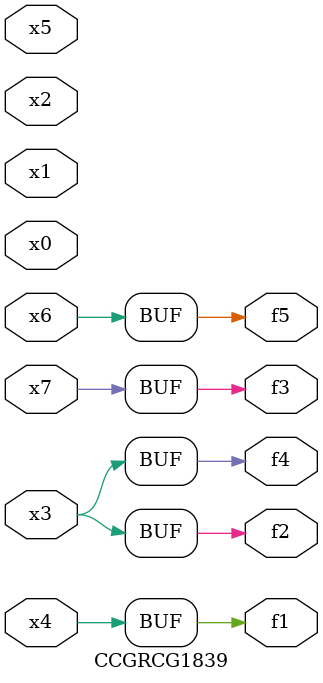
<source format=v>
module CCGRCG1839(
	input x0, x1, x2, x3, x4, x5, x6, x7,
	output f1, f2, f3, f4, f5
);
	assign f1 = x4;
	assign f2 = x3;
	assign f3 = x7;
	assign f4 = x3;
	assign f5 = x6;
endmodule

</source>
